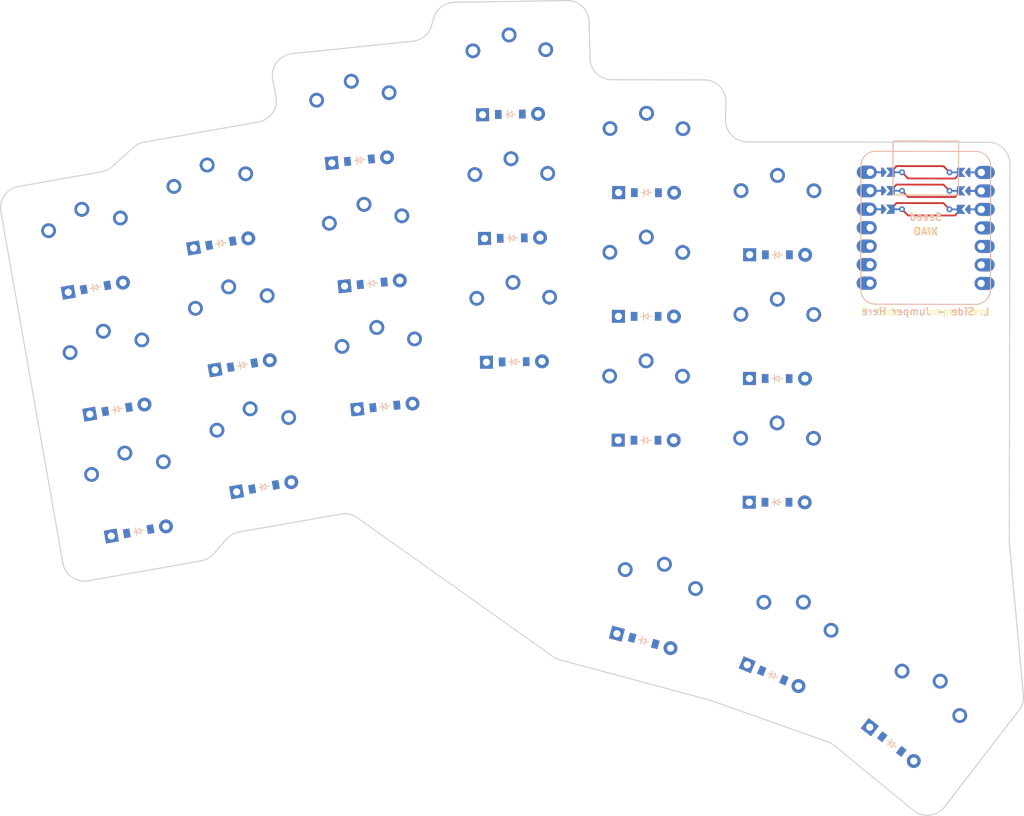
<source format=kicad_pcb>
(kicad_pcb (version 20221018) (generator pcbnew)
  (title_block (title "main") (rev "v1.0.0") (company "Unknown"))
  (layers (0 "F.Cu" signal) (31 "B.Cu" signal) (34 "B.Paste" user) (35 "F.Paste" user) (36 "B.SilkS" user "B.Silkscreen") (37 "F.SilkS" user "F.Silkscreen") (38 "B.Mask" user) (39 "F.Mask" user) (44 "Edge.Cuts" user))
  (net 0 "")
  (net 1 "P0")
  (net 2 "outer_bottom")
  (net 3 "outer_home")
  (net 4 "outer_top")
  (net 5 "P1")
  (net 6 "pinky_bottom")
  (net 7 "pinky_home")
  (net 8 "pinky_top")
  (net 9 "P2")
  (net 10 "ring_bottom")
  (net 11 "ring_home")
  (net 12 "ring_top")
  (net 13 "P3")
  (net 14 "middle_bottom")
  (net 15 "middle_home")
  (net 16 "middle_top")
  (net 17 "P4")
  (net 18 "index_bottom")
  (net 19 "index_home")
  (net 20 "index_top")
  (net 21 "P5")
  (net 22 "inner_bottom")
  (net 23 "inner_home")
  (net 24 "inner_top")
  (net 25 "left_cluster")
  (net 26 "middle_cluster")
  (net 27 "right_cluster")
  (net 28 "P9")
  (net 29 "P8")
  (net 30 "P7")
  (net 31 "P10")
  (net 32 "P6")
  (net 33 "VCC")
  (net 34 "GND")
  (net 35 "V3")
  (net 36 "_1_0")
  (net 37 "_1_13")
  (net 38 "_1_1")
  (net 39 "_1_12")
  (net 40 "_1_2")
  (net 41 "_1_11")
  (footprint "ComboDiode" (layer "F.Cu") (at 170.201824 119.990831 -15.1)
    (fp_text reference "D19" hide)
    (fp_text value "" hide)
  )
  (footprint "xiao-ble-tht" (layer "F.Cu") (at 208.91094 63.247494 -0.1)
    (fp_text reference "")
    (fp_text value "")
  )
  (footprint "ComboDiode" (layer "F.Cu") (at 152.158859 64.656099 0.9)
    (fp_text reference "D11" hide)
    (fp_text value "" hide)
  )
  (footprint "ComboDiode" (layer "F.Cu") (at 170.569306 58.420568 -0.1)
    (fp_text reference "D15" hide)
    (fp_text value "" hide)
  )
  (footprint "ComboDiode" (layer "F.Cu") (at 188.554444 66.951971 -0.1)
    (fp_text reference "D18" hide)
    (fp_text value "" hide)
  )
  (footprint "ComboDiode" (layer "F.Cu") (at 100.868241 104.924039 10)
    (fp_text reference "D1" hide)
    (fp_text value "" hide)
  )
  (footprint "PG1350" (layer "F.Cu") (at 134.163378 82.806382 5.9)
    (fp_text reference "S7" hide)
    (fp_text value "" hide)
  )
  (footprint "PG1350" (layer "F.Cu") (at 188.503829 95.951927 -0.1)
    (fp_text reference "S16" hide)
    (fp_text value "" hide)
  )
  (footprint "ComboDiode" (layer "F.Cu") (at 134.677341 87.779896 5.9)
    (fp_text reference "D7" hide)
    (fp_text value "" hide)
  )
  (footprint "ComboDiode" (layer "F.Cu") (at 187.92685 124.729104 -22.6)
    (fp_text reference "D20" hide)
    (fp_text value "" hide)
  )
  (footprint "ComboDiode" (layer "F.Cu") (at 188.524773 83.951945 -0.1)
    (fp_text reference "D17" hide)
    (fp_text value "" hide)
  )
  (footprint "PG1350" (layer "F.Cu") (at 132.415905 65.896434 5.9)
    (fp_text reference "S8" hide)
    (fp_text value "" hide)
  )
  (footprint "PG1350" (layer "F.Cu") (at 152.347347 76.654619 0.9)
    (fp_text reference "S10" hide)
    (fp_text value "" hide)
  )
  (footprint "ComboDiode" (layer "F.Cu") (at 94.964203 71.440575 10)
    (fp_text reference "D3" hide)
    (fp_text value "" hide)
  )
  (footprint "ComboDiode" (layer "F.Cu") (at 204.255048 134.162774 -37.6)
    (fp_text reference "D21" hide)
    (fp_text value "" hide)
  )
  (footprint "PG1350" (layer "F.Cu") (at 130.668432 48.986486 5.9)
    (fp_text reference "S9" hide)
    (fp_text value "" hide)
  )
  (footprint "PG1350" (layer "F.Cu") (at 152.080322 59.656716 0.9)
    (fp_text reference "S11" hide)
    (fp_text value "" hide)
  )
  (footprint "ComboDiode" (layer "F.Cu") (at 112.169798 65.360485 10)
    (fp_text reference "D6" hide)
    (fp_text value "" hide)
  )
  (footprint "ComboDiode" (layer "F.Cu") (at 97.916222 88.182307 10)
    (fp_text reference "D2" hide)
    (fp_text value "" hide)
  )
  (footprint "PG1350" (layer "F.Cu") (at 97.047981 83.258268 10)
    (fp_text reference "S2" hide)
    (fp_text value "" hide)
  )
  (footprint "PG1350" (layer "F.Cu") (at 170.548362 70.42055 -0.1)
    (fp_text reference "S14" hide)
    (fp_text value "" hide)
  )
  (footprint "ComboDiode" (layer "F.Cu") (at 188.495102 100.951919 -0.1)
    (fp_text reference "D16" hide)
    (fp_text value "" hide)
  )
  (footprint "ComboDiode" (layer "F.Cu") (at 151.891834 47.658196 0.9)
    (fp_text reference "D12" hide)
    (fp_text value "" hide)
  )
  (footprint "PG1350" (layer "F.Cu") (at 170.518692 87.420524 -0.1)
    (fp_text reference "S13" hide)
    (fp_text value "" hide)
  )
  (footprint "ComboDiode" (layer "F.Cu") (at 131.182394 53.96 5.9)
    (fp_text reference "D9" hide)
    (fp_text value "" hide)
  )
  (footprint "PG1350" (layer "F.Cu") (at 188.5335 78.951953 -0.1)
    (fp_text reference "S17" hide)
    (fp_text value "" hide)
  )
  (footprint "PG1350" (layer "F.Cu") (at 170.578033 53.420576 -0.1)
    (fp_text reference "S15" hide)
    (fp_text value "" hide)
  )
  (footprint "PG1350" (layer "F.Cu") (at 94.095962 66.516536 10)
    (fp_text reference "S3" hide)
    (fp_text value "" hide)
  )
  (footprint "PG1350" (layer "F.Cu") (at 171.504347 115.163467 -15.1)
    (fp_text reference "S19" hide)
    (fp_text value "" hide)
  )
  (footprint "PG1350" (layer "F.Cu") (at 188.56317 61.951979 -0.1)
    (fp_text reference "S18" hide)
    (fp_text value "" hide)
  )
  (footprint "ComboDiode" (layer "F.Cu") (at 118.073836 98.843948 10)
    (fp_text reference "D4" hide)
    (fp_text value "" hide)
  )
  (footprint "ComboDiode" (layer "F.Cu") (at 170.509965 92.420516 -0.1)
    (fp_text reference "D13" hide)
    (fp_text value "" hide)
  )
  (footprint "PG1350" (layer "F.Cu") (at 114.253576 77.178178 10)
    (fp_text reference "S5" hide)
    (fp_text value "" hide)
  )
  (footprint "PG1350" (layer "F.Cu") (at 100 100 10)
    (fp_text reference "S1" hide)
    (fp_text value "" hide)
  )
  (footprint "PG1350" (layer "F.Cu") (at 111.301557 60.436446 10)
    (fp_text reference "S6" hide)
    (fp_text value "" hide)
  )
  (footprint "ComboDiode" (layer "F.Cu") (at 170.539636 75.420542 -0.1)
    (fp_text reference "D14" hide)
    (fp_text value "" hide)
  )
  (footprint "ComboDiode" (layer "F.Cu") (at 152.425883 81.654002 0.9)
    (fp_text reference "D10" hide)
    (fp_text value "" hide)
  )
  (footprint "PG1350" (layer "F.Cu") (at 207.305773 130.201325 -37.6)
    (fp_text reference "S21" hide)
    (fp_text value "" hide)
  )
  (footprint "ComboDiode" (layer "F.Cu") (at 132.929868 70.869948 5.9)
    (fp_text reference "D8" hide)
    (fp_text value "" hide)
  )
  (footprint "PG1350" (layer "F.Cu") (at 117.205595 93.91991 10)
    (fp_text reference "S4" hide)
    (fp_text value "" hide)
  )
  (footprint "PG1350" (layer "F.Cu") (at 151.813298 42.658813 0.9)
    (fp_text reference "S12" hide)
    (fp_text value "" hide)
  )
  (footprint "ComboDiode" (layer "F.Cu") (at 115.121817 82.102217 10)
    (fp_text reference "D5" hide)
    (fp_text value "" hide)
  )
  (footprint "PG1350" (layer "F.Cu") (at 189.848327 120.113053 -22.6)
    (fp_text reference "S20" hide)
    (fp_text value "" hide)
  )
  (gr_line (start 207.222443 143.269071) (end 196.375027 134.367577) (stroke (width 0.15)) (layer "Edge.Cuts"))
  (gr_line (start 165.823528 42.912261) (end 178.503179 42.934392) (stroke (width 0.15)) (layer "Edge.Cuts"))
  (gr_arc (start 158.666776 122.575127) (mid 158.16914 122.392337) (end 157.711449 122.124805) (stroke (width 0.15)) (layer "Edge.Cuts"))
  (gr_arc (start 184.414669 51.444723) (mid 182.262758 50.529605) (end 181.421473 48.347771) (stroke (width 0.15)) (layer "Edge.Cuts"))
  (gr_line (start 101.65926 51.474664) (end 117.301631 48.716492) (stroke (width 0.15)) (layer "Edge.Cuts"))
  (gr_line (start 221.708626 129.527337) (end 211.502396 142.780397) (stroke (width 0.15)) (layer "Edge.Cuts"))
  (gr_line (start 195.472833 133.858575) (end 179.497627 128.204835) (stroke (width 0.15)) (layer "Edge.Cuts"))
  (gr_arc (start 141.362979 34.462065) (mid 142.420987 32.898932) (end 144.203135 32.277068) (stroke (width 0.15)) (layer "Edge.Cuts"))
  (gr_arc (start 179.278251 128.136531) (mid 179.388593 128.168583) (end 179.497627 128.204836) (stroke (width 0.15)) (layer "Edge.Cuts"))
  (gr_line (start 109.442368 108.997035) (end 93.944844 111.729667) (stroke (width 0.15)) (layer "Edge.Cuts"))
  (gr_line (start 97.245149 54.836231) (end 100.172604 52.199841) (stroke (width 0.15)) (layer "Edge.Cuts"))
  (gr_line (start 112.915301 106.018448) (end 111.186771 108.009385) (stroke (width 0.15)) (layer "Edge.Cuts"))
  (gr_line (start 220.398437 106.648002) (end 222.319016 127.420709) (stroke (width 0.15)) (layer "Edge.Cuts"))
  (gr_arc (start 165.823528 42.912261) (mid 163.729927 42.055833) (end 162.829546 39.980754) (stroke (width 0.15)) (layer "Edge.Cuts"))
  (gr_line (start 84.394194 57.56524) (end 95.758493 55.561408) (stroke (width 0.15)) (layer "Edge.Cuts"))
  (gr_line (start 144.203135 32.277068) (end 159.668676 32.034115) (stroke (width 0.15)) (layer "Edge.Cuts"))
  (gr_arc (start 141.083881 35.451265) (mid 140.127849 36.932344) (end 138.50498 37.620741) (stroke (width 0.15)) (layer "Edge.Cuts"))
  (gr_line (start 184.41467 51.444722) (end 217.481452 51.502435) (stroke (width 0.15)) (layer "Edge.Cuts"))
  (gr_line (start 90.469476 109.296188) (end 81.960715 61.040608) (stroke (width 0.15)) (layer "Edge.Cuts"))
  (gr_arc (start 217.481452 51.502434) (mid 219.601236 52.384815) (end 220.476212 54.507666) (stroke (width 0.15)) (layer "Edge.Cuts"))
  (gr_arc (start 220.398437 106.648001) (mid 220.388764 106.507437) (end 220.385701 106.366573) (stroke (width 0.15)) (layer "Edge.Cuts"))
  (gr_line (start 220.476212 54.507666) (end 220.385701 106.366573) (stroke (width 0.15)) (layer "Edge.Cuts"))
  (gr_line (start 121.913009 39.335354) (end 138.50498 37.620741) (stroke (width 0.15)) (layer "Edge.Cuts"))
  (gr_arc (start 112.915301 106.018448) (mid 113.70257 105.374612) (end 114.659705 105.030798) (stroke (width 0.15)) (layer "Edge.Cuts"))
  (gr_line (start 119.724984 45.186644) (end 119.27709 42.894888) (stroke (width 0.15)) (layer "Edge.Cuts"))
  (gr_arc (start 100.172604 52.199841) (mid 100.864965 51.732767) (end 101.65926 51.474664) (stroke (width 0.15)) (layer "Edge.Cuts"))
  (gr_arc (start 211.502396 142.780397) (mid 209.465848 143.930596) (end 207.222443 143.269071) (stroke (width 0.15)) (layer "Edge.Cuts"))
  (gr_arc (start 128.626635 102.568051) (mid 129.806519 102.595735) (end 130.884421 103.076379) (stroke (width 0.15)) (layer "Edge.Cuts"))
  (gr_arc (start 111.186771 108.009385) (mid 110.399503 108.653221) (end 109.442368 108.997035) (stroke (width 0.15)) (layer "Edge.Cuts"))
  (gr_line (start 157.711449 122.124805) (end 130.884421 103.076379) (stroke (width 0.15)) (layer "Edge.Cuts"))
  (gr_arc (start 81.960715 61.040609) (mid 82.457682 58.798934) (end 84.394194 57.56524) (stroke (width 0.15)) (layer "Edge.Cuts"))
  (gr_arc (start 119.277089 42.894888) (mid 119.810465 40.534118) (end 121.913009 39.335354) (stroke (width 0.15)) (layer "Edge.Cuts"))
  (gr_arc (start 93.944843 111.729667) (mid 91.703169 111.2327) (end 90.469476 109.296188) (stroke (width 0.15)) (layer "Edge.Cuts"))
  (gr_line (start 141.083881 35.451264) (end 141.362978 34.462066) (stroke (width 0.15)) (layer "Edge.Cuts"))
  (gr_line (start 128.626636 102.568051) (end 114.659705 105.030798) (stroke (width 0.15)) (layer "Edge.Cuts"))
  (gr_arc (start 222.319016 127.420709) (mid 222.213239 128.531804) (end 221.708626 129.527337) (stroke (width 0.15)) (layer "Edge.Cuts"))
  (gr_line (start 162.715016 34.965257) (end 162.829546 39.980754) (stroke (width 0.15)) (layer "Edge.Cuts"))
  (gr_arc (start 159.668675 32.034114) (mid 161.79585 32.871943) (end 162.715016 34.965257) (stroke (width 0.15)) (layer "Edge.Cuts"))
  (gr_line (start 179.278251 128.13653) (end 158.666777 122.575127) (stroke (width 0.15)) (layer "Edge.Cuts"))
  (gr_arc (start 97.245149 54.836231) (mid 96.552788 55.303305) (end 95.758493 55.561408) (stroke (width 0.15)) (layer "Edge.Cuts"))
  (gr_arc (start 195.472832 133.858575) (mid 195.946065 134.073842) (end 196.375027 134.367577) (stroke (width 0.15)) (layer "Edge.Cuts"))
  (gr_arc (start 119.724984 45.186643) (mid 119.25393 47.460028) (end 117.301631 48.716492) (stroke (width 0.15)) (layer "Edge.Cuts"))
  (gr_arc (start 178.503179 42.934391) (mid 180.65509 43.849508) (end 181.496376 46.031342) (stroke (width 0.15)) (layer "Edge.Cuts"))
  (gr_line (start 181.496376 46.031342) (end 181.421473 48.347771) (stroke (width 0.15)) (layer "Edge.Cuts"))
  (segment (start 206.5 56.47) (end 205.66 55.62) (width 0.25) (layer "F.Cu") (net 1))
  (segment (start 212.94 56.48) (end 206.5 56.47) (width 0.25) (layer "F.Cu") (net 1))
  (segment (start 213.7 55.64) (end 212.94 56.48) (width 0.25) (layer "F.Cu") (net 1))
  (segment (start 204.15 55.62) (end 205.66 55.62) (width 0.25) (layer "B.Cu") (net 1))
  (segment (start 206.5 59.01) (end 205.66 58.16) (width 0.25) (layer "F.Cu") (net 5))
  (segment (start 213.69 58.18) (end 212.94 59.02) (width 0.25) (layer "F.Cu") (net 5))
  (segment (start 212.94 59.02) (end 206.5 59.01) (width 0.25) (layer "F.Cu") (net 5))
  (segment (start 204.14 58.16) (end 205.66 58.16) (width 0.25) (layer "B.Cu") (net 5))
  (segment (start 206.49 61.55) (end 205.65 60.7) (width 0.25) (layer "F.Cu") (net 9))
  (segment (start 213.69 60.72) (end 212.93 61.56) (width 0.25) (layer "F.Cu") (net 9))
  (segment (start 212.93 61.56) (end 206.49 61.55) (width 0.25) (layer "F.Cu") (net 9))
  (segment (start 204.14 60.7) (end 205.65 60.7) (width 0.25) (layer "B.Cu") (net 9))
  (segment (start 204.15 55.62) (end 204.91 54.77) (width 0.25) (layer "F.Cu") (net 33))
  (segment (start 211.35 54.78) (end 212.19 55.63) (width 0.25) (layer "F.Cu") (net 33))
  (segment (start 204.91 54.77) (end 211.35 54.78) (width 0.25) (layer "F.Cu") (net 33))
  (segment (start 213.7 55.64) (end 212.19 55.63) (width 0.25) (layer "B.Cu") (net 33))
  (segment (start 211.34 57.32) (end 212.18 58.17) (width 0.25) (layer "F.Cu") (net 34))
  (segment (start 204.14 58.16) (end 204.9 57.31) (width 0.25) (layer "F.Cu") (net 34))
  (segment (start 204.9 57.31) (end 211.34 57.32) (width 0.25) (layer "F.Cu") (net 34))
  (segment (start 213.69 58.18) (end 212.18 58.17) (width 0.25) (layer "B.Cu") (net 34))
  (segment (start 204.14 60.7) (end 204.9 59.85) (width 0.25) (layer "F.Cu") (net 35))
  (segment (start 204.9 59.85) (end 211.34 59.86) (width 0.25) (layer "F.Cu") (net 35))
  (segment (start 211.34 59.86) (end 212.18 60.71) (width 0.25) (layer "F.Cu") (net 35))
  (segment (start 213.69 60.72) (end 212.18 60.71) (width 0.25) (layer "B.Cu") (net 35))
  (segment (start 203.3 55.62) (end 201.3 55.61) (width 0.25) (layer "F.Cu") (net 36))
  (segment (start 203.3 55.62) (end 201.3 55.61) (width 0.25) (layer "B.Cu") (net 36))
  (segment (start 214.54 55.64) (end 216.54 55.64) (width 0.25) (layer "F.Cu") (net 37))
  (segment (start 214.54 55.64) (end 216.54 55.64) (width 0.25) (layer "B.Cu") (net 37))
  (segment (start 203.3 58.16) (end 201.3 58.15) (width 0.25) (layer "F.Cu") (net 38))
  (segment (start 203.3 58.16) (end 201.3 58.15) (width 0.25) (layer "B.Cu") (net 38))
  (segment (start 214.54 58.18) (end 216.54 58.18) (width 0.25) (layer "F.Cu") (net 39))
  (segment (start 214.54 58.18) (end 216.54 58.18) (width 0.25) (layer "B.Cu") (net 39))
  (segment (start 203.3 60.7) (end 201.3 60.69) (width 0.25) (layer "F.Cu") (net 40))
  (segment (start 203.3 60.7) (end 201.3 60.69) (width 0.25) (layer "B.Cu") (net 40))
  (segment (start 214.54 60.72) (end 216.54 60.72) (width 0.25) (layer "F.Cu") (net 41))
  (segment (start 214.54 60.72) (end 216.54 60.72) (width 0.25) (layer "B.Cu") (net 41))
)
</source>
